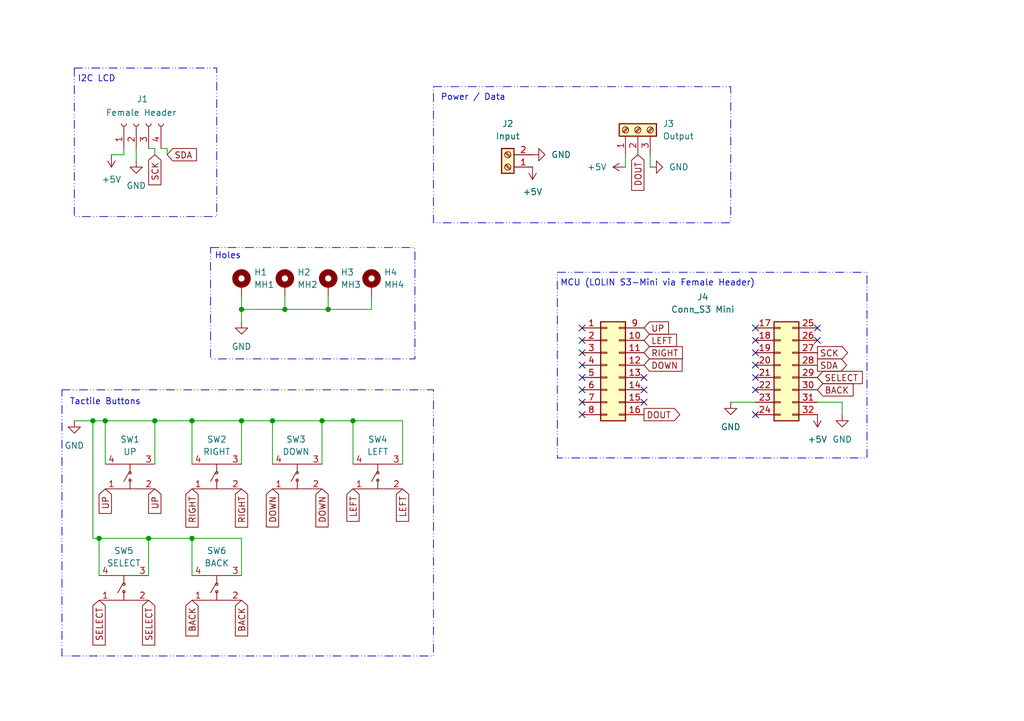
<source format=kicad_sch>
(kicad_sch (version 20250114) (generator "eeschema") (generator_version "9.0")
  (paper "A5")
  (title_block (title "System Control") (date "31.12.2025") (rev "MK1.2") (company "mars3142") (comment 3 "System Control Board for model railway") (comment 4 "Author: Peter Siegmund"))
  (lib_symbols
    (symbol "Connector:Conn_01x04_Socket" (pin_names (offset 1.016) (hide yes))
      (property "Reference" "J" (at 0 5.08 0))
      (property "Value" "Conn_01x04_Socket" (at 0 -7.62 0))
      (symbol "Conn_01x04_Socket_1_1"
        (polyline (pts (xy -1.27 2.54) (xy -0.508 2.54)) (stroke (width 0.1524)))
        (polyline (pts (xy -1.27 0) (xy -0.508 0)) (stroke (width 0.1524)))
        (polyline (pts (xy -1.27 -2.54) (xy -0.508 -2.54)) (stroke (width 0.1524)))
        (polyline (pts (xy -1.27 -5.08) (xy -0.508 -5.08)) (stroke (width 0.1524)))
        (arc (start 0 2.032) (mid -0.5058 2.54) (end 0 3.048) (stroke (width 0.1524)))
        (arc (start 0 -0.508) (mid -0.5058 0) (end 0 0.508) (stroke (width 0.1524)))
        (arc (start 0 -3.048) (mid -0.5058 -2.54) (end 0 -2.032) (stroke (width 0.1524)))
        (arc (start 0 -5.588) (mid -0.5058 -5.08) (end 0 -4.572) (stroke (width 0.1524)))
        (pin passive line (at -5.08 2.54 0) (length 3.81) (name "Pin_1") (number "1"))
        (pin passive line (at -5.08 0 0) (length 3.81) (name "Pin_2") (number "2"))
        (pin passive line (at -5.08 -2.54 0) (length 3.81) (name "Pin_3") (number "3"))
        (pin passive line (at -5.08 -5.08 0) (length 3.81) (name "Pin_4") (number "4"))
      )
    )
    (symbol "Connector:Screw_Terminal_01x02" (pin_names (offset 1.016) (hide yes))
      (property "Reference" "J" (at 0 2.54 0))
      (property "Value" "Screw_Terminal_01x02" (at 0 -5.08 0))
      (symbol "Screw_Terminal_01x02_1_1"
        (rectangle (start -1.27 1.27) (end 1.27 -3.81) (stroke (width 0.254)) (fill (type background)))
        (polyline (pts (xy -0.5334 0.3302) (xy 0.3302 -0.508)) (stroke (width 0.1524)))
        (polyline (pts (xy -0.5334 -2.2098) (xy 0.3302 -3.048)) (stroke (width 0.1524)))
        (polyline (pts (xy -0.3556 0.508) (xy 0.508 -0.3302)) (stroke (width 0.1524)))
        (polyline (pts (xy -0.3556 -2.032) (xy 0.508 -2.8702)) (stroke (width 0.1524)))
        (circle (center 0 0) (radius 0.635) (stroke (width 0.1524)))
        (circle (center 0 -2.54) (radius 0.635) (stroke (width 0.1524)))
        (pin passive line (at -5.08 0 0) (length 3.81) (name "Pin_1") (number "1"))
        (pin passive line (at -5.08 -2.54 0) (length 3.81) (name "Pin_2") (number "2"))
      )
    )
    (symbol "Connector:Screw_Terminal_01x03" (pin_names (offset 1.016) (hide yes))
      (property "Reference" "J" (at 0 5.08 0))
      (property "Value" "Screw_Terminal_01x03" (at 0 -5.08 0))
      (symbol "Screw_Terminal_01x03_1_1"
        (rectangle (start -1.27 3.81) (end 1.27 -3.81) (stroke (width 0.254)) (fill (type background)))
        (polyline (pts (xy -0.5334 2.8702) (xy 0.3302 2.032)) (stroke (width 0.1524)))
        (polyline (pts (xy -0.5334 0.3302) (xy 0.3302 -0.508)) (stroke (width 0.1524)))
        (polyline (pts (xy -0.5334 -2.2098) (xy 0.3302 -3.048)) (stroke (width 0.1524)))
        (polyline (pts (xy -0.3556 3.048) (xy 0.508 2.2098)) (stroke (width 0.1524)))
        (polyline (pts (xy -0.3556 0.508) (xy 0.508 -0.3302)) (stroke (width 0.1524)))
        (polyline (pts (xy -0.3556 -2.032) (xy 0.508 -2.8702)) (stroke (width 0.1524)))
        (circle (center 0 2.54) (radius 0.635) (stroke (width 0.1524)))
        (circle (center 0 0) (radius 0.635) (stroke (width 0.1524)))
        (circle (center 0 -2.54) (radius 0.635) (stroke (width 0.1524)))
        (pin passive line (at -5.08 2.54 0) (length 3.81) (name "Pin_1") (number "1"))
        (pin passive line (at -5.08 0 0) (length 3.81) (name "Pin_2") (number "2"))
        (pin passive line (at -5.08 -2.54 0) (length 3.81) (name "Pin_3") (number "3"))
      )
    )
    (symbol "K2-6639DP-B4SW-04_1" (pin_names (hide yes))
      (property "Reference" "KEY" (at 0 7.62 0))
      (property "Value" "K2-6639DP-B4SW-04" (at 0 -7.62 0))
      (symbol "K2-6639DP-B4SW-04_1_0_1"
        (polyline (pts (xy -2.54 -2.54) (xy 2.54 -2.54)))
        (polyline (pts (xy -1.27 -1.02) (xy -0.25 0.76)))
        (polyline (pts (xy 0 2.54) (xy 0 0.76)))
        (circle (center 0 0.76) (radius 0.25))
        (circle (center 0 -0.76) (radius 0.25))
        (polyline (pts (xy 0 -1.52) (xy 0 -0.76)))
        (polyline (pts (xy 0 -2.54) (xy 0 -1.52)))
        (polyline (pts (xy 2.54 2.54) (xy -2.54 2.54)))
        (pin unspecified line (at -5.08 2.54 0) (length 2.54) (name "4") (number "4"))
        (pin unspecified line (at -5.08 -2.54 0) (length 2.54) (name "1") (number "1"))
        (pin unspecified line (at 5.08 2.54 180) (length 2.54) (name "3") (number "3"))
        (pin unspecified line (at 5.08 -2.54 180) (length 2.54) (name "2") (number "2"))
      )
    )
    (symbol "K2-6639DP-B4SW-04_2" (pin_names (hide yes))
      (property "Reference" "KEY" (at 0 7.62 0))
      (property "Value" "K2-6639DP-B4SW-04" (at 0 -7.62 0))
      (symbol "K2-6639DP-B4SW-04_2_0_1"
        (polyline (pts (xy -2.54 -2.54) (xy 2.54 -2.54)))
        (polyline (pts (xy -1.27 -1.02) (xy -0.25 0.76)))
        (polyline (pts (xy 0 2.54) (xy 0 0.76)))
        (circle (center 0 0.76) (radius 0.25))
        (circle (center 0 -0.76) (radius 0.25))
        (polyline (pts (xy 0 -1.52) (xy 0 -0.76)))
        (polyline (pts (xy 0 -2.54) (xy 0 -1.52)))
        (polyline (pts (xy 2.54 2.54) (xy -2.54 2.54)))
        (pin unspecified line (at -5.08 2.54 0) (length 2.54) (name "4") (number "4"))
        (pin unspecified line (at -5.08 -2.54 0) (length 2.54) (name "1") (number "1"))
        (pin unspecified line (at 5.08 2.54 180) (length 2.54) (name "3") (number "3"))
        (pin unspecified line (at 5.08 -2.54 180) (length 2.54) (name "2") (number "2"))
      )
    )
    (symbol "K2-6639DP-B4SW-04_3" (pin_names (hide yes))
      (property "Reference" "KEY" (at 0 7.62 0))
      (property "Value" "K2-6639DP-B4SW-04" (at 0 -7.62 0))
      (symbol "K2-6639DP-B4SW-04_3_0_1"
        (polyline (pts (xy -2.54 -2.54) (xy 2.54 -2.54)))
        (polyline (pts (xy -1.27 -1.02) (xy -0.25 0.76)))
        (polyline (pts (xy 0 2.54) (xy 0 0.76)))
        (circle (center 0 0.76) (radius 0.25))
        (circle (center 0 -0.76) (radius 0.25))
        (polyline (pts (xy 0 -1.52) (xy 0 -0.76)))
        (polyline (pts (xy 0 -2.54) (xy 0 -1.52)))
        (polyline (pts (xy 2.54 2.54) (xy -2.54 2.54)))
        (pin unspecified line (at -5.08 2.54 0) (length 2.54) (name "4") (number "4"))
        (pin unspecified line (at -5.08 -2.54 0) (length 2.54) (name "1") (number "1"))
        (pin unspecified line (at 5.08 2.54 180) (length 2.54) (name "3") (number "3"))
        (pin unspecified line (at 5.08 -2.54 180) (length 2.54) (name "2") (number "2"))
      )
    )
    (symbol "K2-6639DP-B4SW-04_4" (pin_names (hide yes))
      (property "Reference" "KEY" (at 0 7.62 0))
      (property "Value" "K2-6639DP-B4SW-04" (at 0 -7.62 0))
      (symbol "K2-6639DP-B4SW-04_4_0_1"
        (polyline (pts (xy -2.54 -2.54) (xy 2.54 -2.54)))
        (polyline (pts (xy -1.27 -1.02) (xy -0.25 0.76)))
        (polyline (pts (xy 0 2.54) (xy 0 0.76)))
        (circle (center 0 0.76) (radius 0.25))
        (circle (center 0 -0.76) (radius 0.25))
        (polyline (pts (xy 0 -1.52) (xy 0 -0.76)))
        (polyline (pts (xy 0 -2.54) (xy 0 -1.52)))
        (polyline (pts (xy 2.54 2.54) (xy -2.54 2.54)))
        (pin unspecified line (at -5.08 2.54 0) (length 2.54) (name "4") (number "4"))
        (pin unspecified line (at -5.08 -2.54 0) (length 2.54) (name "1") (number "1"))
        (pin unspecified line (at 5.08 2.54 180) (length 2.54) (name "3") (number "3"))
        (pin unspecified line (at 5.08 -2.54 180) (length 2.54) (name "2") (number "2"))
      )
    )
    (symbol "K2-6639DP-B4SW-04_5" (pin_names (hide yes))
      (property "Reference" "KEY" (at 0 7.62 0))
      (property "Value" "K2-6639DP-B4SW-04" (at 0 -7.62 0))
      (symbol "K2-6639DP-B4SW-04_5_0_1"
        (polyline (pts (xy -2.54 -2.54) (xy 2.54 -2.54)))
        (polyline (pts (xy -1.27 -1.02) (xy -0.25 0.76)))
        (polyline (pts (xy 0 2.54) (xy 0 0.76)))
        (circle (center 0 0.76) (radius 0.25))
        (circle (center 0 -0.76) (radius 0.25))
        (polyline (pts (xy 0 -1.52) (xy 0 -0.76)))
        (polyline (pts (xy 0 -2.54) (xy 0 -1.52)))
        (polyline (pts (xy 2.54 2.54) (xy -2.54 2.54)))
        (pin unspecified line (at -5.08 2.54 0) (length 2.54) (name "4") (number "4"))
        (pin unspecified line (at -5.08 -2.54 0) (length 2.54) (name "1") (number "1"))
        (pin unspecified line (at 5.08 2.54 180) (length 2.54) (name "3") (number "3"))
        (pin unspecified line (at 5.08 -2.54 180) (length 2.54) (name "2") (number "2"))
      )
    )
    (symbol "Mechanical:MountingHole_Pad" (pin_numbers (hide yes)) (pin_names (offset 1.016) (hide yes)) (exclude_from_sim yes) (in_bom no)
      (property "Reference" "H" (at 0 6.35 0))
      (property "Value" "MountingHole_Pad" (at 0 4.445 0))
      (symbol "MountingHole_Pad_0_1"
        (circle (center 0 1.27) (radius 1.27) (stroke (width 1.27)))
      )
      (symbol "MountingHole_Pad_1_1"
        (pin input line (at 0 -2.54 90) (length 2.54) (name "1") (number "1"))
      )
    )
    (symbol "easyeda2kicad:K2-6639DP-B4SW-04" (pin_names (hide yes))
      (property "Reference" "KEY" (at 0 7.62 0))
      (property "Value" "K2-6639DP-B4SW-04" (at 0 -7.62 0))
      (symbol "K2-6639DP-B4SW-04_0_1"
        (polyline (pts (xy -2.54 -2.54) (xy 2.54 -2.54)))
        (polyline (pts (xy -1.27 -1.02) (xy -0.25 0.76)))
        (polyline (pts (xy 0 2.54) (xy 0 0.76)))
        (circle (center 0 0.76) (radius 0.25))
        (circle (center 0 -0.76) (radius 0.25))
        (polyline (pts (xy 0 -1.52) (xy 0 -0.76)))
        (polyline (pts (xy 0 -2.54) (xy 0 -1.52)))
        (polyline (pts (xy 2.54 2.54) (xy -2.54 2.54)))
        (pin unspecified line (at -5.08 2.54 0) (length 2.54) (name "4") (number "4"))
        (pin unspecified line (at -5.08 -2.54 0) (length 2.54) (name "1") (number "1"))
        (pin unspecified line (at 5.08 2.54 180) (length 2.54) (name "3") (number "3"))
        (pin unspecified line (at 5.08 -2.54 180) (length 2.54) (name "2") (number "2"))
      )
    )
    (symbol "power:+5V" (power) (pin_numbers (hide yes)) (pin_names (offset 0) (hide yes))
      (property "Value" "+5V" (at 0 3.556 0))
      (symbol "+5V_0_1"
        (polyline (pts (xy -0.762 1.27) (xy 0 2.54)))
        (polyline (pts (xy 0 2.54) (xy 0.762 1.27)))
        (polyline (pts (xy 0 0) (xy 0 2.54)))
      )
      (symbol "+5V_1_1"
        (pin power_in line (at 0 0 90) (length 0) (name "~") (number "1"))
      )
    )
    (symbol "power:GND" (power) (pin_numbers (hide yes)) (pin_names (offset 0) (hide yes))
      (property "Value" "GND" (at 0 -3.81 0))
      (symbol "GND_0_1"
        (polyline (pts (xy 0 0) (xy 0 -1.27) (xy 1.27 -1.27) (xy 0 -2.54) (xy -1.27 -1.27) (xy 0 -1.27)))
      )
      (symbol "GND_1_1"
        (pin power_in line (at 0 0 270) (length 0) (name "~") (number "1"))
      )
    )
    (symbol "wemos:Conn_S3 Mini" (pin_names (offset 1.016) (hide yes))
      (property "Reference" "J4" (at 0.635 13.97 0))
      (property "Value" "Conn_S3 Mini" (at 0.635 11.43 0))
      (symbol "Conn_S3 Mini_1_1"
        (rectangle (start -20.32 8.89) (end -15.24 -11.43) (stroke (width 0.254)) (fill (type background)))
        (rectangle (start -20.32 7.747) (end -19.05 7.493) (stroke (width 0.1524)))
        (rectangle (start -20.32 5.207) (end -19.05 4.953) (stroke (width 0.1524)))
        (rectangle (start -20.32 2.667) (end -19.05 2.413) (stroke (width 0.1524)))
        (rectangle (start -20.32 0.127) (end -19.05 -0.127) (stroke (width 0.1524)))
        (rectangle (start -20.32 -2.413) (end -19.05 -2.667) (stroke (width 0.1524)))
        (rectangle (start -20.32 -4.953) (end -19.05 -5.207) (stroke (width 0.1524)))
        (rectangle (start -20.32 -7.493) (end -19.05 -7.747) (stroke (width 0.1524)))
        (rectangle (start -20.32 -10.033) (end -19.05 -10.287) (stroke (width 0.1524)))
        (rectangle (start -16.51 7.747) (end -15.24 7.493) (stroke (width 0.1524)))
        (rectangle (start -15.24 5.207) (end -16.51 4.953) (stroke (width 0.1524)))
        (rectangle (start -15.24 2.667) (end -16.51 2.413) (stroke (width 0.1524)))
        (rectangle (start -15.24 0.127) (end -16.51 -0.127) (stroke (width 0.1524)))
        (rectangle (start -15.24 -2.413) (end -16.51 -2.667) (stroke (width 0.1524)))
        (rectangle (start -15.24 -4.953) (end -16.51 -5.207) (stroke (width 0.1524)))
        (rectangle (start -15.24 -7.493) (end -16.51 -7.747) (stroke (width 0.1524)))
        (rectangle (start -15.24 -10.033) (end -16.51 -10.287) (stroke (width 0.1524)))
        (rectangle (start 15.24 8.89) (end 20.32 -11.43) (stroke (width 0.254)) (fill (type background)))
        (rectangle (start 15.24 7.747) (end 16.51 7.493) (stroke (width 0.1524)))
        (rectangle (start 15.24 5.207) (end 16.51 4.953) (stroke (width 0.1524)))
        (rectangle (start 15.24 2.667) (end 16.51 2.413) (stroke (width 0.1524)))
        (rectangle (start 15.24 0.127) (end 16.51 -0.127) (stroke (width 0.1524)))
        (rectangle (start 15.24 -2.413) (end 16.51 -2.667) (stroke (width 0.1524)))
        (rectangle (start 15.24 -4.953) (end 16.51 -5.207) (stroke (width 0.1524)))
        (rectangle (start 15.24 -7.493) (end 16.51 -7.747) (stroke (width 0.1524)))
        (rectangle (start 15.24 -10.033) (end 16.51 -10.287) (stroke (width 0.1524)))
        (rectangle (start 20.32 7.747) (end 19.05 7.493) (stroke (width 0.1524)))
        (rectangle (start 20.32 5.207) (end 19.05 4.953) (stroke (width 0.1524)))
        (rectangle (start 20.32 2.667) (end 19.05 2.413) (stroke (width 0.1524)))
        (rectangle (start 20.32 0.127) (end 19.05 -0.127) (stroke (width 0.1524)))
        (rectangle (start 20.32 -2.413) (end 19.05 -2.667) (stroke (width 0.1524)))
        (rectangle (start 20.32 -4.953) (end 19.05 -5.207) (stroke (width 0.1524)))
        (rectangle (start 20.32 -7.493) (end 19.05 -7.747) (stroke (width 0.1524)))
        (rectangle (start 20.32 -10.033) (end 19.05 -10.287) (stroke (width 0.1524)))
        (pin input line (at -24.13 7.62 0) (length 3.81) (name "EN") (number "1"))
        (pin tri_state line (at -24.13 5.08 0) (length 3.81) (name "IO2") (number "2"))
        (pin bidirectional line (at -24.13 2.54 0) (length 3.81) (name "IO4") (number "3"))
        (pin bidirectional line (at -24.13 0 0) (length 3.81) (name "IO12") (number "4"))
        (pin bidirectional line (at -24.13 -2.54 0) (length 3.81) (name "IO13") (number "5"))
        (pin bidirectional line (at -24.13 -5.08 0) (length 3.81) (name "IO11") (number "6"))
        (pin bidirectional line (at -24.13 -7.62 0) (length 3.81) (name "IO10") (number "7"))
        (pin power_in line (at -24.13 -10.16 0) (length 3.81) (name "+3V3") (number "8"))
        (pin bidirectional line (at -11.43 7.62 180) (length 3.81) (name "IO1") (number "9"))
        (pin bidirectional line (at -11.43 5.08 180) (length 3.81) (name "IO3") (number "10"))
        (pin bidirectional line (at -11.43 2.54 180) (length 3.81) (name "IO5") (number "11"))
        (pin bidirectional line (at -11.43 0 180) (length 3.81) (name "IO6") (number "12"))
        (pin bidirectional line (at -11.43 -2.54 180) (length 3.81) (name "IO7") (number "13"))
        (pin bidirectional line (at -11.43 -5.08 180) (length 3.81) (name "IO8") (number "14"))
        (pin bidirectional line (at -11.43 -7.62 180) (length 3.81) (name "IO9") (number "15"))
        (pin bidirectional line (at -11.43 -10.16 180) (length 3.81) (name "IO14") (number "16"))
        (pin bidirectional line (at 11.43 7.62 0) (length 3.81) (name "IO33") (number "17"))
        (pin bidirectional line (at 11.43 5.08 0) (length 3.81) (name "IO37") (number "18"))
        (pin bidirectional line (at 11.43 2.54 0) (length 3.81) (name "IO38") (number "19"))
        (pin bidirectional line (at 11.43 0 0) (length 3.81) (name "IO34") (number "20"))
        (pin bidirectional line (at 11.43 -2.54 0) (length 3.81) (name "IO21") (number "21"))
        (pin bidirectional line (at 11.43 -5.08 0) (length 3.81) (name "IO17") (number "22"))
        (pin power_out line (at 11.43 -7.62 0) (length 3.81) (name "GND") (number "23"))
        (pin bidirectional line (at 11.43 -10.16 0) (length 3.81) (name "IO15") (number "24"))
        (pin bidirectional line (at 24.13 7.62 180) (length 3.81) (name "IO43") (number "25"))
        (pin bidirectional line (at 24.13 5.08 180) (length 3.81) (name "IO44") (number "26"))
        (pin bidirectional line (at 24.13 2.54 180) (length 3.81) (name "IO36") (number "27"))
        (pin bidirectional line (at 24.13 0 180) (length 3.81) (name "IO35") (number "28"))
        (pin bidirectional line (at 24.13 -2.54 180) (length 3.81) (name "IO18") (number "29"))
        (pin bidirectional line (at 24.13 -5.08 180) (length 3.81) (name "IO16") (number "30"))
        (pin power_out line (at 24.13 -7.62 180) (length 3.81) (name "GND") (number "31"))
        (pin power_in line (at 24.13 -10.16 180) (length 3.81) (name "VBUS") (number "32"))
      )
    )
  )
  (rectangle (start 12.7 80.01) (end 88.9 134.62) (stroke (width 0) (type dash_dot_dot)))
  (rectangle (start 88.9 17.78) (end 149.86 45.72) (stroke (width 0) (type dash_dot_dot)))
  (rectangle (start 114.3 55.88) (end 177.8 93.98) (stroke (width 0) (type dash_dot_dot)))
  (rectangle (start 15.24 13.97) (end 44.45 44.45) (stroke (width 0) (type dash_dot_dot)))
  (rectangle (start 43.18 50.8) (end 85.09 73.66) (stroke (width 0) (type dash_dot_dot)))
  (text "MCU (LOLIN S3-Mini via Female Header)" (at 134.874 58.166 0) (effects (font (size 1.27 1.27))))
  (text "Holes" (at 46.736 52.578 0) (effects (font (size 1.27 1.27))))
  (text "Power / Data" (at 97.028 20.066 0) (effects (font (size 1.27 1.27))))
  (text "Tactile Buttons" (at 21.59 82.55 0) (effects (font (size 1.27 1.27))))
  (text "I2C LCD" (at 19.812 16.256 0) (effects (font (size 1.27 1.27))))
  (junction (at 49.53 63.5))
  (junction (at 30.48 110.49))
  (junction (at 39.37 110.49))
  (junction (at 39.37 86.36))
  (junction (at 72.39 86.36))
  (junction (at 66.04 86.36))
  (junction (at 67.31 63.5))
  (junction (at 19.05 86.36))
  (junction (at 55.88 86.36))
  (junction (at 49.53 86.36))
  (junction (at 21.59 86.36))
  (junction (at 31.75 86.36))
  (junction (at 20.32 110.49))
  (junction (at 58.42 63.5))
  (no_connect (at 119.38 80.01))
  (no_connect (at 154.94 85.09))
  (no_connect (at 119.38 85.09))
  (no_connect (at 154.94 80.01))
  (no_connect (at 167.64 67.31))
  (no_connect (at 119.38 82.55))
  (no_connect (at 154.94 74.93))
  (no_connect (at 154.94 72.39))
  (no_connect (at 119.38 72.39))
  (no_connect (at 119.38 77.47))
  (no_connect (at 119.38 69.85))
  (no_connect (at 167.64 69.85))
  (no_connect (at 119.38 67.31))
  (no_connect (at 132.08 82.55))
  (no_connect (at 154.94 67.31))
  (no_connect (at 154.94 69.85))
  (no_connect (at 132.08 80.01))
  (no_connect (at 119.38 74.93))
  (no_connect (at 154.94 77.47))
  (no_connect (at 132.08 77.47))
  (wire (pts (xy 20.32 110.49) (xy 20.32 118.11)))
  (wire (pts (xy 20.32 110.49) (xy 19.05 110.49)))
  (wire (pts (xy 58.42 63.5) (xy 67.31 63.5)))
  (wire (pts (xy 22.86 31.75) (xy 25.4 31.75)))
  (wire (pts (xy 30.48 30.48) (xy 31.75 30.48)))
  (wire (pts (xy 21.59 86.36) (xy 31.75 86.36)))
  (wire (pts (xy 66.04 86.36) (xy 66.04 95.25)))
  (wire (pts (xy 39.37 110.49) (xy 30.48 110.49)))
  (wire (pts (xy 39.37 110.49) (xy 39.37 118.11)))
  (wire (pts (xy 34.29 30.48) (xy 34.29 31.75)))
  (wire (pts (xy 19.05 86.36) (xy 21.59 86.36)))
  (wire (pts (xy 82.55 95.25) (xy 82.55 86.36)))
  (wire (pts (xy 128.27 31.75) (xy 128.27 34.29)))
  (wire (pts (xy 72.39 86.36) (xy 82.55 86.36)))
  (wire (pts (xy 58.42 60.96) (xy 58.42 63.5)))
  (wire (pts (xy 49.53 110.49) (xy 39.37 110.49)))
  (wire (pts (xy 39.37 86.36) (xy 39.37 95.25)))
  (wire (pts (xy 67.31 60.96) (xy 67.31 63.5)))
  (wire (pts (xy 19.05 86.36) (xy 19.05 110.49)))
  (wire (pts (xy 49.53 63.5) (xy 58.42 63.5)))
  (wire (pts (xy 66.04 86.36) (xy 72.39 86.36)))
  (wire (pts (xy 72.39 86.36) (xy 72.39 95.25)))
  (wire (pts (xy 55.88 86.36) (xy 66.04 86.36)))
  (wire (pts (xy 167.64 82.55) (xy 172.72 82.55)))
  (wire (pts (xy 49.53 86.36) (xy 49.53 95.25)))
  (wire (pts (xy 172.72 82.55) (xy 172.72 85.09)))
  (wire (pts (xy 39.37 86.36) (xy 49.53 86.36)))
  (wire (pts (xy 76.2 60.96) (xy 76.2 63.5)))
  (wire (pts (xy 133.35 31.75) (xy 133.35 34.29)))
  (wire (pts (xy 25.4 30.48) (xy 25.4 31.75)))
  (wire (pts (xy 31.75 86.36) (xy 39.37 86.36)))
  (wire (pts (xy 15.24 86.36) (xy 19.05 86.36)))
  (wire (pts (xy 149.86 82.55) (xy 154.94 82.55)))
  (wire (pts (xy 55.88 86.36) (xy 55.88 95.25)))
  (wire (pts (xy 49.53 60.96) (xy 49.53 63.5)))
  (wire (pts (xy 30.48 110.49) (xy 30.48 118.11)))
  (wire (pts (xy 21.59 86.36) (xy 21.59 95.25)))
  (wire (pts (xy 49.53 63.5) (xy 49.53 66.04)))
  (wire (pts (xy 31.75 30.48) (xy 31.75 31.75)))
  (wire (pts (xy 49.53 86.36) (xy 55.88 86.36)))
  (wire (pts (xy 31.75 95.25) (xy 31.75 86.36)))
  (wire (pts (xy 33.02 30.48) (xy 34.29 30.48)))
  (wire (pts (xy 67.31 63.5) (xy 76.2 63.5)))
  (wire (pts (xy 49.53 118.11) (xy 49.53 110.49)))
  (wire (pts (xy 30.48 110.49) (xy 20.32 110.49)))
  (wire (pts (xy 27.94 30.48) (xy 27.94 33.02)))
  (global_label "BACK" (shape input) (at 167.64 80.01 0) (property "Intersheetrefs" "${INTERSHEET_REFS}" (effects (hide yes))))
  (global_label "BACK" (shape input) (at 49.53 123.19 270) (property "Intersheetrefs" "${INTERSHEET_REFS}" (effects (hide yes))))
  (global_label "RIGHT" (shape input) (at 49.53 100.33 270) (property "Intersheetrefs" "${INTERSHEET_REFS}" (effects (hide yes))))
  (global_label "UP" (shape input) (at 132.08 67.31 0) (property "Intersheetrefs" "${INTERSHEET_REFS}" (effects (hide yes))))
  (global_label "SELECT" (shape input) (at 30.48 123.19 270) (property "Intersheetrefs" "${INTERSHEET_REFS}" (effects (hide yes))))
  (global_label "SDA" (shape input) (at 34.29 31.75 0) (property "Intersheetrefs" "${INTERSHEET_REFS}" (effects (hide yes))))
  (global_label "SCK" (shape input) (at 31.75 31.75 270) (property "Intersheetrefs" "${INTERSHEET_REFS}" (effects (hide yes))))
  (global_label "UP" (shape input) (at 31.75 100.33 270) (property "Intersheetrefs" "${INTERSHEET_REFS}" (effects (hide yes))))
  (global_label "LEFT" (shape input) (at 72.39 100.33 270) (property "Intersheetrefs" "${INTERSHEET_REFS}" (effects (hide yes))))
  (global_label "DOUT" (shape input) (at 130.81 31.75 270) (property "Intersheetrefs" "${INTERSHEET_REFS}" (effects (hide yes))))
  (global_label "DOWN" (shape input) (at 66.04 100.33 270) (property "Intersheetrefs" "${INTERSHEET_REFS}" (effects (hide yes))))
  (global_label "LEFT" (shape input) (at 82.55 100.33 270) (property "Intersheetrefs" "${INTERSHEET_REFS}" (effects (hide yes))))
  (global_label "UP" (shape input) (at 21.59 100.33 270) (property "Intersheetrefs" "${INTERSHEET_REFS}" (effects (hide yes))))
  (global_label "DOUT" (shape output) (at 132.08 85.09 0) (property "Intersheetrefs" "${INTERSHEET_REFS}" (effects (hide yes))))
  (global_label "SELECT" (shape input) (at 167.64 77.47 0) (property "Intersheetrefs" "${INTERSHEET_REFS}" (effects (hide yes))))
  (global_label "BACK" (shape input) (at 39.37 123.19 270) (property "Intersheetrefs" "${INTERSHEET_REFS}" (effects (hide yes))))
  (global_label "RIGHT" (shape input) (at 132.08 72.39 0) (property "Intersheetrefs" "${INTERSHEET_REFS}" (effects (hide yes))))
  (global_label "DOWN" (shape input) (at 132.08 74.93 0) (property "Intersheetrefs" "${INTERSHEET_REFS}" (effects (hide yes))))
  (global_label "SELECT" (shape input) (at 20.32 123.19 270) (property "Intersheetrefs" "${INTERSHEET_REFS}" (effects (hide yes))))
  (global_label "SCK" (shape output) (at 167.64 72.39 0) (property "Intersheetrefs" "${INTERSHEET_REFS}" (effects (hide yes))))
  (global_label "DOWN" (shape input) (at 55.88 100.33 270) (property "Intersheetrefs" "${INTERSHEET_REFS}" (effects (hide yes))))
  (global_label "RIGHT" (shape input) (at 39.37 100.33 270) (property "Intersheetrefs" "${INTERSHEET_REFS}" (effects (hide yes))))
  (global_label "SDA" (shape output) (at 167.64 74.93 0) (property "Intersheetrefs" "${INTERSHEET_REFS}" (effects (hide yes))))
  (global_label "LEFT" (shape input) (at 132.08 69.85 0) (property "Intersheetrefs" "${INTERSHEET_REFS}" (effects (hide yes))))
  (symbol (lib_name "K2-6639DP-B4SW-04_5") (lib_id "easyeda2kicad:K2-6639DP-B4SW-04") (at 25.4 120.65 0) (unit 1)
    (property "Reference" "SW5" (at 25.4 113.03 0))
    (property "Value" "SELECT" (at 25.4 115.57 0))
    (property "Footprint" "easyeda2kicad:KEY-TH_4P-L6.0-W6.0-P3.90-LS7.8" (effects (hide yes)))
    (property "Datasheet" "https://lcsc.com/product-detail/Tactile-Switches_6x6x4-5mm_C83205.html" (effects (hide yes)))
    (property "Description" "Push button switch, generic, separate symbols, four pins" (effects (hide yes)))
    (property "LCSC Part" "C83205" (effects (hide yes)))
  )
  (symbol (lib_id "Mechanical:MountingHole_Pad") (at 76.2 58.42 0) (unit 1) (exclude_from_sim yes) (in_bom no)
    (property "Reference" "H4" (at 78.74 55.8799 0) (effects (justify left)))
    (property "Value" "MH4" (at 78.74 58.4199 0) (effects (justify left)))
    (property "Footprint" "MountingHole:MountingHole_2.2mm_M2_Pad_Via" (effects (hide yes)))
    (property "Description" "Mounting Hole with connection" (effects (hide yes)))
  )
  (symbol (lib_id "Mechanical:MountingHole_Pad") (at 58.42 58.42 0) (unit 1) (exclude_from_sim yes) (in_bom no)
    (property "Reference" "H2" (at 60.96 55.8799 0) (effects (justify left)))
    (property "Value" "MH2" (at 60.96 58.4199 0) (effects (justify left)))
    (property "Footprint" "MountingHole:MountingHole_2.2mm_M2_Pad_Via" (effects (hide yes)))
    (property "Description" "Mounting Hole with connection" (effects (hide yes)))
  )
  (symbol (lib_id "power:+5V") (at 22.86 31.75 180) (unit 1)
    (property "Reference" "#PWR014" (effects (hide yes)))
    (property "Value" "+5V" (at 22.86 36.83 0))
    (property "Description" "Power symbol creates a global label with name \"+5V\"" (effects (hide yes)))
  )
  (symbol (lib_name "K2-6639DP-B4SW-04_3") (lib_id "easyeda2kicad:K2-6639DP-B4SW-04") (at 60.96 97.79 0) (unit 1)
    (property "Reference" "SW3" (at 60.706 90.17 0))
    (property "Value" "DOWN" (at 60.706 92.71 0))
    (property "Footprint" "easyeda2kicad:KEY-TH_4P-L6.0-W6.0-P3.90-LS7.8" (effects (hide yes)))
    (property "Datasheet" "https://lcsc.com/product-detail/Tactile-Switches_6x6x4-5mm_C83205.html" (effects (hide yes)))
    (property "Description" "Push button switch, generic, separate symbols, four pins" (effects (hide yes)))
    (property "LCSC Part" "C83205" (effects (hide yes)))
  )
  (symbol (lib_name "K2-6639DP-B4SW-04_1") (lib_id "easyeda2kicad:K2-6639DP-B4SW-04") (at 26.67 97.79 0) (unit 1)
    (property "Reference" "SW1" (at 26.67 90.17 0))
    (property "Value" "UP" (at 26.67 92.71 0))
    (property "Footprint" "easyeda2kicad:KEY-TH_4P-L6.0-W6.0-P3.90-LS7.8" (effects (hide yes)))
    (property "Datasheet" "https://lcsc.com/product-detail/Tactile-Switches_6x6x4-5mm_C83205.html" (effects (hide yes)))
    (property "Description" "Push button switch, generic, separate symbols, four pins" (effects (hide yes)))
    (property "LCSC Part" "C83205" (effects (hide yes)))
  )
  (symbol (lib_id "Connector:Screw_Terminal_01x03") (at 130.81 26.67 90) (unit 1)
    (property "Reference" "J3" (at 135.89 25.3999 90) (effects (justify right)))
    (property "Value" "Output" (at 135.89 27.9399 90) (effects (justify right)))
    (property "Footprint" "TerminalBlock_Phoenix:TerminalBlock_Phoenix_MKDS-1,5-3_1x03_P5.00mm_Horizontal" (effects (hide yes)))
    (property "Description" "Generic screw terminal, single row, 01x03, script generated (kicad-library-utils/schlib/autogen/connector/)" (effects (hide yes)))
    (property "LCSC Part" "C5188435" (effects (hide yes)))
  )
  (symbol (lib_id "power:GND") (at 133.35 34.29 90) (unit 1)
    (property "Reference" "#PWR06" (effects (hide yes)))
    (property "Value" "GND" (at 137.16 34.29 90) (effects (justify right)))
    (property "Description" "Power symbol creates a global label with name \"GND\" , ground" (effects (hide yes)))
  )
  (symbol (lib_id "power:+5V") (at 109.22 34.29 180) (unit 1)
    (property "Reference" "#PWR015" (effects (hide yes)))
    (property "Value" "+5V" (at 109.22 39.37 0))
    (property "Description" "Power symbol creates a global label with name \"+5V\"" (effects (hide yes)))
  )
  (symbol (lib_id "power:GND") (at 49.53 66.04 0) (unit 1)
    (property "Reference" "#PWR07" (effects (hide yes)))
    (property "Value" "GND" (at 49.53 71.12 0))
    (property "Description" "Power symbol creates a global label with name \"GND\" , ground" (effects (hide yes)))
  )
  (symbol (lib_id "power:GND") (at 15.24 86.36 0) (unit 1)
    (property "Reference" "#PWR08" (effects (hide yes)))
    (property "Value" "GND" (at 15.24 91.44 0))
    (property "Description" "Power symbol creates a global label with name \"GND\" , ground" (effects (hide yes)))
  )
  (symbol (lib_id "wemos:Conn_S3 Mini") (at 143.51 74.93 0) (unit 1)
    (property "Reference" "J4" (at 144.145 60.96 0))
    (property "Value" "Conn_S3 Mini" (at 144.145 63.5 0))
    (property "Footprint" "wemos:PinSocket_S3 Mini" (effects (hide yes)))
    (property "Datasheet" "https://www.wemos.cc/en/latest/s3/s3_mini.html" (effects (hide yes)))
    (property "Description" "Connector for S3 Mini" (effects (hide yes)))
    (property "LCSC Part" "C18722935" (effects (hide yes)))
  )
  (symbol (lib_id "power:GND") (at 172.72 85.09 0) (unit 1)
    (property "Reference" "#PWR01" (effects (hide yes)))
    (property "Value" "GND" (at 172.72 90.17 0))
    (property "Description" "Power symbol creates a global label with name \"GND\" , ground" (effects (hide yes)))
  )
  (symbol (lib_id "power:GND") (at 27.94 33.02 0) (unit 1)
    (property "Reference" "#PWR02" (effects (hide yes)))
    (property "Value" "GND" (at 27.94 38.1 0))
    (property "Description" "Power symbol creates a global label with name \"GND\" , ground" (effects (hide yes)))
  )
  (symbol (lib_name "K2-6639DP-B4SW-04_2") (lib_id "easyeda2kicad:K2-6639DP-B4SW-04") (at 44.45 97.79 0) (unit 1)
    (property "Reference" "SW2" (at 44.45 90.17 0))
    (property "Value" "RIGHT" (at 44.45 92.71 0))
    (property "Footprint" "easyeda2kicad:KEY-TH_4P-L6.0-W6.0-P3.90-LS7.8" (effects (hide yes)))
    (property "Datasheet" "https://lcsc.com/product-detail/Tactile-Switches_6x6x4-5mm_C83205.html" (effects (hide yes)))
    (property "Description" "Push button switch, generic, separate symbols, four pins" (effects (hide yes)))
    (property "LCSC Part" "C83205" (effects (hide yes)))
  )
  (symbol (lib_id "power:+5V") (at 167.64 85.09 180) (unit 1)
    (property "Reference" "#PWR05" (effects (hide yes)))
    (property "Value" "+5V" (at 167.64 90.17 0))
    (property "Description" "Power symbol creates a global label with name \"+5V\"" (effects (hide yes)))
  )
  (symbol (lib_id "power:GND") (at 109.22 31.75 90) (unit 1)
    (property "Reference" "#PWR04" (effects (hide yes)))
    (property "Value" "GND" (at 113.03 31.7499 90) (effects (justify right)))
    (property "Description" "Power symbol creates a global label with name \"GND\" , ground" (effects (hide yes)))
  )
  (symbol (lib_id "Mechanical:MountingHole_Pad") (at 67.31 58.42 0) (unit 1) (exclude_from_sim yes) (in_bom no)
    (property "Reference" "H3" (at 69.85 55.8799 0) (effects (justify left)))
    (property "Value" "MH3" (at 69.85 58.4199 0) (effects (justify left)))
    (property "Footprint" "MountingHole:MountingHole_2.2mm_M2_Pad_Via" (effects (hide yes)))
    (property "Description" "Mounting Hole with connection" (effects (hide yes)))
  )
  (symbol (lib_id "Connector:Screw_Terminal_01x02") (at 104.14 34.29 180) (unit 1)
    (property "Reference" "J2" (at 104.14 25.4 0))
    (property "Value" "Input" (at 104.14 27.94 0))
    (property "Footprint" "TerminalBlock_Phoenix:TerminalBlock_Phoenix_MKDS-1,5-2_1x02_P5.00mm_Horizontal" (effects (hide yes)))
    (property "Description" "Generic screw terminal, single row, 01x02, script generated (kicad-library-utils/schlib/autogen/connector/)" (effects (hide yes)))
    (property "LCSC Part" "C5188434" (effects (hide yes)))
  )
  (symbol (lib_id "Mechanical:MountingHole_Pad") (at 49.53 58.42 0) (unit 1) (exclude_from_sim yes) (in_bom no)
    (property "Reference" "H1" (at 52.07 55.8799 0) (effects (justify left)))
    (property "Value" "MH1" (at 52.07 58.4199 0) (effects (justify left)))
    (property "Footprint" "MountingHole:MountingHole_2.2mm_M2_Pad_Via" (effects (hide yes)))
    (property "Description" "Mounting Hole with connection" (effects (hide yes)))
  )
  (symbol (lib_id "power:+5V") (at 128.27 34.29 90) (unit 1)
    (property "Reference" "#PWR016" (effects (hide yes)))
    (property "Value" "+5V" (at 124.46 34.2899 90) (effects (justify left)))
    (property "Description" "Power symbol creates a global label with name \"+5V\"" (effects (hide yes)))
  )
  (symbol (lib_id "power:GND") (at 149.86 82.55 0) (unit 1)
    (property "Reference" "#PWR03" (effects (hide yes)))
    (property "Value" "GND" (at 149.86 87.63 0))
    (property "Description" "Power symbol creates a global label with name \"GND\" , ground" (effects (hide yes)))
  )
  (symbol (lib_id "Connector:Conn_01x04_Socket") (at 27.94 25.4 90) (unit 1)
    (property "Reference" "J1" (at 29.21 20.32 90))
    (property "Value" "Female Header" (at 28.956 23.114 90))
    (property "Footprint" "Connector_PinSocket_2.54mm:PinSocket_1x04_P2.54mm_Vertical" (effects (hide yes)))
    (property "Description" "Generic connector, single row, 01x04, script generated" (effects (hide yes)))
    (property "LCSC" "C5116530" (effects (hide yes)))
  )
  (symbol (lib_id "easyeda2kicad:K2-6639DP-B4SW-04") (at 44.45 120.65 0) (unit 1)
    (property "Reference" "SW6" (at 44.45 113.03 0))
    (property "Value" "BACK" (at 44.45 115.57 0))
    (property "Footprint" "easyeda2kicad:KEY-TH_4P-L6.0-W6.0-P3.90-LS7.8" (effects (hide yes)))
    (property "Datasheet" "https://lcsc.com/product-detail/Tactile-Switches_6x6x4-5mm_C83205.html" (effects (hide yes)))
    (property "Description" "Push button switch, generic, separate symbols, four pins" (effects (hide yes)))
    (property "LCSC Part" "C83205" (effects (hide yes)))
  )
  (symbol (lib_name "K2-6639DP-B4SW-04_4") (lib_id "easyeda2kicad:K2-6639DP-B4SW-04") (at 77.47 97.79 0) (unit 1)
    (property "Reference" "SW4" (at 77.47 90.17 0))
    (property "Value" "LEFT" (at 77.47 92.71 0))
    (property "Footprint" "easyeda2kicad:KEY-TH_4P-L6.0-W6.0-P3.90-LS7.8" (effects (hide yes)))
    (property "Datasheet" "https://lcsc.com/product-detail/Tactile-Switches_6x6x4-5mm_C83205.html" (effects (hide yes)))
    (property "Description" "Push button switch, generic, separate symbols, four pins" (effects (hide yes)))
    (property "LCSC" "C83205" (effects (hide yes)))
    (property "LCSC Part" "C83205" (effects (hide yes)))
  )
)
</source>
